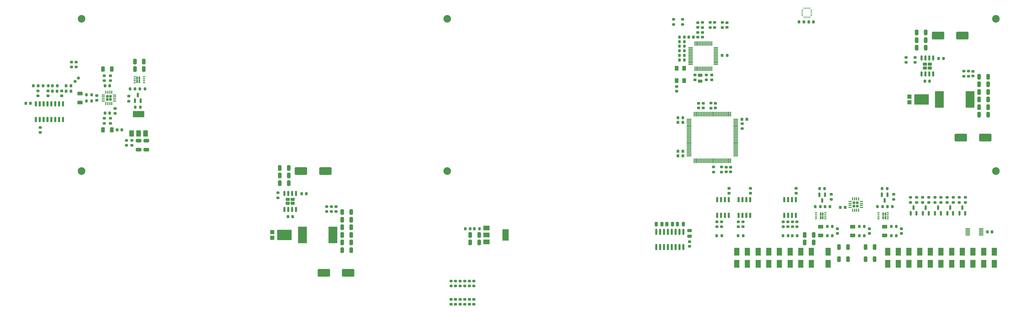
<source format=gbr>
%TF.GenerationSoftware,KiCad,Pcbnew,6.0.2+dfsg-1*%
%TF.CreationDate,2024-04-12T04:35:11+02:00*%
%TF.ProjectId,seatel,73656174-656c-42e6-9b69-6361645f7063,rev?*%
%TF.SameCoordinates,Original*%
%TF.FileFunction,Paste,Top*%
%TF.FilePolarity,Positive*%
%FSLAX46Y46*%
G04 Gerber Fmt 4.6, Leading zero omitted, Abs format (unit mm)*
G04 Created by KiCad (PCBNEW 6.0.2+dfsg-1) date 2024-04-12 04:35:11*
%MOMM*%
%LPD*%
G01*
G04 APERTURE LIST*
G04 Aperture macros list*
%AMRoundRect*
0 Rectangle with rounded corners*
0 $1 Rounding radius*
0 $2 $3 $4 $5 $6 $7 $8 $9 X,Y pos of 4 corners*
0 Add a 4 corners polygon primitive as box body*
4,1,4,$2,$3,$4,$5,$6,$7,$8,$9,$2,$3,0*
0 Add four circle primitives for the rounded corners*
1,1,$1+$1,$2,$3*
1,1,$1+$1,$4,$5*
1,1,$1+$1,$6,$7*
1,1,$1+$1,$8,$9*
0 Add four rect primitives between the rounded corners*
20,1,$1+$1,$2,$3,$4,$5,0*
20,1,$1+$1,$4,$5,$6,$7,0*
20,1,$1+$1,$6,$7,$8,$9,0*
20,1,$1+$1,$8,$9,$2,$3,0*%
G04 Aperture macros list end*
%ADD10C,2.500000*%
%ADD11RoundRect,0.200000X-0.275000X0.200000X-0.275000X-0.200000X0.275000X-0.200000X0.275000X0.200000X0*%
%ADD12RoundRect,0.200000X0.200000X0.275000X-0.200000X0.275000X-0.200000X-0.275000X0.200000X-0.275000X0*%
%ADD13RoundRect,0.225000X0.225000X0.250000X-0.225000X0.250000X-0.225000X-0.250000X0.225000X-0.250000X0*%
%ADD14R,1.800000X2.500000*%
%ADD15RoundRect,0.150000X0.150000X-0.587500X0.150000X0.587500X-0.150000X0.587500X-0.150000X-0.587500X0*%
%ADD16RoundRect,0.250000X-0.312500X-0.625000X0.312500X-0.625000X0.312500X0.625000X-0.312500X0.625000X0*%
%ADD17RoundRect,0.225000X0.250000X-0.225000X0.250000X0.225000X-0.250000X0.225000X-0.250000X-0.225000X0*%
%ADD18RoundRect,0.218750X0.256250X-0.218750X0.256250X0.218750X-0.256250X0.218750X-0.256250X-0.218750X0*%
%ADD19RoundRect,0.200000X-0.200000X-0.275000X0.200000X-0.275000X0.200000X0.275000X-0.200000X0.275000X0*%
%ADD20RoundRect,0.250000X0.625000X-0.312500X0.625000X0.312500X-0.625000X0.312500X-0.625000X-0.312500X0*%
%ADD21RoundRect,0.200000X0.275000X-0.200000X0.275000X0.200000X-0.275000X0.200000X-0.275000X-0.200000X0*%
%ADD22RoundRect,0.225000X-0.225000X-0.250000X0.225000X-0.250000X0.225000X0.250000X-0.225000X0.250000X0*%
%ADD23RoundRect,0.150000X-0.150000X0.725000X-0.150000X-0.725000X0.150000X-0.725000X0.150000X0.725000X0*%
%ADD24RoundRect,0.212500X-0.212500X-0.212500X0.212500X-0.212500X0.212500X0.212500X-0.212500X0.212500X0*%
%ADD25RoundRect,0.087500X-0.425000X-0.087500X0.425000X-0.087500X0.425000X0.087500X-0.425000X0.087500X0*%
%ADD26RoundRect,0.087500X-0.087500X-0.425000X0.087500X-0.425000X0.087500X0.425000X-0.087500X0.425000X0*%
%ADD27RoundRect,0.250000X0.325000X0.650000X-0.325000X0.650000X-0.325000X-0.650000X0.325000X-0.650000X0*%
%ADD28RoundRect,0.250000X-0.325000X-0.650000X0.325000X-0.650000X0.325000X0.650000X-0.325000X0.650000X0*%
%ADD29RoundRect,0.225000X-0.250000X0.225000X-0.250000X-0.225000X0.250000X-0.225000X0.250000X0.225000X0*%
%ADD30R,4.860000X3.360000*%
%ADD31R,1.400000X1.400000*%
%ADD32R,1.300000X1.600000*%
%ADD33R,0.600000X1.000000*%
%ADD34R,0.700000X0.420000*%
%ADD35RoundRect,0.250000X0.250000X0.475000X-0.250000X0.475000X-0.250000X-0.475000X0.250000X-0.475000X0*%
%ADD36RoundRect,0.250000X-0.475000X0.250000X-0.475000X-0.250000X0.475000X-0.250000X0.475000X0.250000X0*%
%ADD37RoundRect,0.150000X-0.150000X0.587500X-0.150000X-0.587500X0.150000X-0.587500X0.150000X0.587500X0*%
%ADD38RoundRect,0.250000X0.475000X-0.250000X0.475000X0.250000X-0.475000X0.250000X-0.475000X-0.250000X0*%
%ADD39R,2.900680X5.400040*%
%ADD40RoundRect,0.212500X0.212500X-0.212500X0.212500X0.212500X-0.212500X0.212500X-0.212500X-0.212500X0*%
%ADD41RoundRect,0.087500X0.087500X-0.425000X0.087500X0.425000X-0.087500X0.425000X-0.087500X-0.425000X0*%
%ADD42RoundRect,0.087500X0.425000X-0.087500X0.425000X0.087500X-0.425000X0.087500X-0.425000X-0.087500X0*%
%ADD43RoundRect,0.150000X0.150000X-0.725000X0.150000X0.725000X-0.150000X0.725000X-0.150000X-0.725000X0*%
%ADD44RoundRect,0.250000X-1.750000X-1.000000X1.750000X-1.000000X1.750000X1.000000X-1.750000X1.000000X0*%
%ADD45RoundRect,0.250000X-0.250000X-0.475000X0.250000X-0.475000X0.250000X0.475000X-0.250000X0.475000X0*%
%ADD46RoundRect,0.075000X-0.650000X-0.075000X0.650000X-0.075000X0.650000X0.075000X-0.650000X0.075000X0*%
%ADD47R,1.500000X2.000000*%
%ADD48R,3.800000X2.000000*%
%ADD49RoundRect,0.150000X-0.150000X0.825000X-0.150000X-0.825000X0.150000X-0.825000X0.150000X0.825000X0*%
%ADD50RoundRect,0.250000X-0.420000X0.275000X-0.420000X-0.275000X0.420000X-0.275000X0.420000X0.275000X0*%
%ADD51RoundRect,0.150000X-0.150000X0.662500X-0.150000X-0.662500X0.150000X-0.662500X0.150000X0.662500X0*%
%ADD52RoundRect,0.225000X0.017678X-0.335876X0.335876X-0.017678X-0.017678X0.335876X-0.335876X0.017678X0*%
%ADD53RoundRect,0.075000X-0.075000X0.725000X-0.075000X-0.725000X0.075000X-0.725000X0.075000X0.725000X0*%
%ADD54RoundRect,0.075000X-0.725000X0.075000X-0.725000X-0.075000X0.725000X-0.075000X0.725000X0.075000X0*%
%ADD55RoundRect,0.250000X-0.650000X0.325000X-0.650000X-0.325000X0.650000X-0.325000X0.650000X0.325000X0*%
%ADD56RoundRect,0.218750X-0.218750X-0.256250X0.218750X-0.256250X0.218750X0.256250X-0.218750X0.256250X0*%
%ADD57R,2.000000X1.500000*%
%ADD58R,2.000000X3.800000*%
%ADD59RoundRect,0.075000X0.662500X0.075000X-0.662500X0.075000X-0.662500X-0.075000X0.662500X-0.075000X0*%
%ADD60RoundRect,0.075000X0.075000X0.662500X-0.075000X0.662500X-0.075000X-0.662500X0.075000X-0.662500X0*%
%ADD61RoundRect,0.050000X-0.225000X-0.050000X0.225000X-0.050000X0.225000X0.050000X-0.225000X0.050000X0*%
%ADD62RoundRect,0.050000X0.050000X-0.225000X0.050000X0.225000X-0.050000X0.225000X-0.050000X-0.225000X0*%
G04 APERTURE END LIST*
D10*
%TO.C,FID6*%
X70000000Y-155000000D03*
%TD*%
%TO.C,FID5*%
X70000000Y-105000000D03*
%TD*%
%TO.C,FID4*%
X190000000Y-105000000D03*
%TD*%
%TO.C,FID3*%
X370000000Y-105000000D03*
%TD*%
%TO.C,FID2*%
X190000000Y-155000000D03*
%TD*%
%TO.C,FID1*%
X370000000Y-155000000D03*
%TD*%
D11*
%TO.C,R73*%
X276500000Y-132675000D03*
X276500000Y-134325000D03*
%TD*%
D12*
%TO.C,R84*%
X332825000Y-166750000D03*
X331175000Y-166750000D03*
%TD*%
D13*
%TO.C,C35*%
X320525000Y-167000000D03*
X318975000Y-167000000D03*
%TD*%
D14*
%TO.C,D8*%
X359000000Y-185500000D03*
X359000000Y-181500000D03*
%TD*%
D15*
%TO.C,Q4*%
X346050000Y-168937500D03*
X347950000Y-168937500D03*
X347000000Y-167062500D03*
%TD*%
D16*
%TO.C,R52*%
X77037500Y-121500000D03*
X79962500Y-121500000D03*
%TD*%
D17*
%TO.C,C42*%
X153500000Y-168275000D03*
X153500000Y-166725000D03*
%TD*%
D18*
%TO.C,D27*%
X197250000Y-198787500D03*
X197250000Y-197212500D03*
%TD*%
D13*
%TO.C,C62*%
X306975000Y-106000000D03*
X305425000Y-106000000D03*
%TD*%
D12*
%TO.C,R66*%
X267825000Y-112500000D03*
X266175000Y-112500000D03*
%TD*%
D19*
%TO.C,R10*%
X300175000Y-176250000D03*
X301825000Y-176250000D03*
%TD*%
D15*
%TO.C,Q5*%
X342050000Y-168937500D03*
X343950000Y-168937500D03*
X343000000Y-167062500D03*
%TD*%
D11*
%TO.C,R90*%
X85500000Y-130425000D03*
X85500000Y-132075000D03*
%TD*%
D14*
%TO.C,D14*%
X285000000Y-185500000D03*
X285000000Y-181500000D03*
%TD*%
D20*
%TO.C,R17*%
X323000000Y-176212500D03*
X323000000Y-173287500D03*
%TD*%
D14*
%TO.C,D5*%
X309500000Y-185500000D03*
X309500000Y-181500000D03*
%TD*%
D17*
%TO.C,C12*%
X339000000Y-175525000D03*
X339000000Y-173975000D03*
%TD*%
D21*
%TO.C,R82*%
X336500000Y-164325000D03*
X336500000Y-162675000D03*
%TD*%
%TO.C,R64*%
X264250000Y-106825000D03*
X264250000Y-105175000D03*
%TD*%
D22*
%TO.C,C19*%
X77725000Y-136000000D03*
X79275000Y-136000000D03*
%TD*%
D13*
%TO.C,C73*%
X267275000Y-148500000D03*
X265725000Y-148500000D03*
%TD*%
D22*
%TO.C,C11*%
X367225000Y-175000000D03*
X368775000Y-175000000D03*
%TD*%
D23*
%TO.C,IC3*%
X304405000Y-164425000D03*
X303135000Y-164425000D03*
X301865000Y-164425000D03*
X300595000Y-164425000D03*
X300595000Y-169575000D03*
X301865000Y-169575000D03*
X303135000Y-169575000D03*
X304405000Y-169575000D03*
%TD*%
D17*
%TO.C,C14*%
X269500000Y-179775000D03*
X269500000Y-178225000D03*
%TD*%
D24*
%TO.C,IC13*%
X323475000Y-165475000D03*
X324525000Y-166525000D03*
X323475000Y-166525000D03*
X324525000Y-165475000D03*
D25*
X322137500Y-165025000D03*
X322137500Y-165675000D03*
X322137500Y-166325000D03*
X322137500Y-166975000D03*
D26*
X323025000Y-167862500D03*
X323675000Y-167862500D03*
X324325000Y-167862500D03*
X324975000Y-167862500D03*
D25*
X325862500Y-166975000D03*
X325862500Y-166325000D03*
X325862500Y-165675000D03*
X325862500Y-165025000D03*
D26*
X324975000Y-164137500D03*
X324325000Y-164137500D03*
X323675000Y-164137500D03*
X323025000Y-164137500D03*
%TD*%
D18*
%TO.C,D28*%
X198750000Y-198787500D03*
X198750000Y-197212500D03*
%TD*%
D11*
%TO.C,R31*%
X79500000Y-137675000D03*
X79500000Y-139325000D03*
%TD*%
D27*
%TO.C,C26*%
X137975000Y-156500000D03*
X135025000Y-156500000D03*
%TD*%
%TO.C,C29*%
X137975000Y-159000000D03*
X135025000Y-159000000D03*
%TD*%
%TO.C,C25*%
X346975000Y-112000000D03*
X344025000Y-112000000D03*
%TD*%
D11*
%TO.C,R36*%
X198750000Y-191175000D03*
X198750000Y-192825000D03*
%TD*%
D27*
%TO.C,C7*%
X330225000Y-180000000D03*
X327275000Y-180000000D03*
%TD*%
D13*
%TO.C,C47*%
X55775000Y-127000000D03*
X54225000Y-127000000D03*
%TD*%
D12*
%TO.C,R1*%
X316325000Y-173250000D03*
X314675000Y-173250000D03*
%TD*%
%TO.C,R34*%
X197575000Y-174000000D03*
X195925000Y-174000000D03*
%TD*%
D28*
%TO.C,C55*%
X364525000Y-124000000D03*
X367475000Y-124000000D03*
%TD*%
D29*
%TO.C,C72*%
X281750000Y-106225000D03*
X281750000Y-107775000D03*
%TD*%
D11*
%TO.C,R62*%
X286750000Y-139425000D03*
X286750000Y-141075000D03*
%TD*%
D30*
%TO.C,D22*%
X136582000Y-176000000D03*
D31*
X132600000Y-176920000D03*
X132600000Y-175080000D03*
%TD*%
D18*
%TO.C,D25*%
X194250000Y-198787500D03*
X194250000Y-197212500D03*
%TD*%
D21*
%TO.C,R49*%
X77500000Y-125325000D03*
X77500000Y-123675000D03*
%TD*%
%TO.C,R51*%
X55750000Y-130325000D03*
X55750000Y-128675000D03*
%TD*%
%TO.C,R25*%
X358000000Y-165325000D03*
X358000000Y-163675000D03*
%TD*%
D32*
%TO.C,X1*%
X267750000Y-125300000D03*
X267750000Y-121200000D03*
X265250000Y-121200000D03*
X265250000Y-125300000D03*
%TD*%
D27*
%TO.C,C9*%
X321475000Y-180000000D03*
X318525000Y-180000000D03*
%TD*%
D33*
%TO.C,Q8*%
X313230000Y-170315000D03*
X313230000Y-169185000D03*
D34*
X314000000Y-170725000D03*
X314000000Y-170075000D03*
D33*
X312520000Y-169185000D03*
D34*
X314000000Y-168775000D03*
D33*
X312520000Y-170315000D03*
D34*
X314000000Y-169425000D03*
X311000000Y-168775000D03*
X311000000Y-169425000D03*
X311000000Y-170075000D03*
X311000000Y-170725000D03*
%TD*%
D11*
%TO.C,R80*%
X277400000Y-153675000D03*
X277400000Y-155325000D03*
%TD*%
%TO.C,R37*%
X343500000Y-117675000D03*
X343500000Y-119325000D03*
%TD*%
D35*
%TO.C,C6*%
X260450000Y-172500000D03*
X258550000Y-172500000D03*
%TD*%
D28*
%TO.C,C58*%
X155525000Y-168500000D03*
X158475000Y-168500000D03*
%TD*%
D19*
%TO.C,R63*%
X280175000Y-117000000D03*
X281825000Y-117000000D03*
%TD*%
D29*
%TO.C,C64*%
X276750000Y-123475000D03*
X276750000Y-125025000D03*
%TD*%
D36*
%TO.C,C70*%
X273000000Y-123550000D03*
X273000000Y-125450000D03*
%TD*%
D21*
%TO.C,R42*%
X342000000Y-165325000D03*
X342000000Y-163675000D03*
%TD*%
D11*
%TO.C,R76*%
X194250000Y-191175000D03*
X194250000Y-192825000D03*
%TD*%
D21*
%TO.C,R59*%
X275000000Y-125075000D03*
X275000000Y-123425000D03*
%TD*%
D15*
%TO.C,Q2*%
X354050000Y-168937500D03*
X355950000Y-168937500D03*
X355000000Y-167062500D03*
%TD*%
D12*
%TO.C,R61*%
X267825000Y-115500000D03*
X266175000Y-115500000D03*
%TD*%
D11*
%TO.C,R75*%
X192750000Y-191175000D03*
X192750000Y-192825000D03*
%TD*%
D37*
%TO.C,Q7*%
X334450000Y-162812500D03*
X332550000Y-162812500D03*
X333500000Y-164687500D03*
%TD*%
D16*
%TO.C,R28*%
X77037500Y-141500000D03*
X79962500Y-141500000D03*
%TD*%
D38*
%TO.C,C5*%
X269500000Y-176450000D03*
X269500000Y-174550000D03*
%TD*%
D11*
%TO.C,R78*%
X197250000Y-191175000D03*
X197250000Y-192825000D03*
%TD*%
D21*
%TO.C,R54*%
X79500000Y-125325000D03*
X79500000Y-123675000D03*
%TD*%
D11*
%TO.C,R22*%
X280000000Y-171675000D03*
X280000000Y-173325000D03*
%TD*%
D18*
%TO.C,D24*%
X192750000Y-198787500D03*
X192750000Y-197212500D03*
%TD*%
D13*
%TO.C,C30*%
X348275000Y-125500000D03*
X346725000Y-125500000D03*
%TD*%
%TO.C,C36*%
X352775000Y-118000000D03*
X351225000Y-118000000D03*
%TD*%
D11*
%TO.C,R27*%
X77500000Y-137675000D03*
X77500000Y-139325000D03*
%TD*%
D13*
%TO.C,C63*%
X267775000Y-118500000D03*
X266225000Y-118500000D03*
%TD*%
D21*
%TO.C,R7*%
X304750000Y-173325000D03*
X304750000Y-171675000D03*
%TD*%
%TO.C,R65*%
X267250000Y-106825000D03*
X267250000Y-105175000D03*
%TD*%
%TO.C,R40*%
X344000000Y-165325000D03*
X344000000Y-163675000D03*
%TD*%
%TO.C,R58*%
X68250000Y-120825000D03*
X68250000Y-119175000D03*
%TD*%
D11*
%TO.C,R43*%
X84750000Y-144925000D03*
X84750000Y-146575000D03*
%TD*%
D29*
%TO.C,C61*%
X265250000Y-127225000D03*
X265250000Y-128775000D03*
%TD*%
D27*
%TO.C,C3*%
X310225000Y-178500000D03*
X307275000Y-178500000D03*
%TD*%
D13*
%TO.C,C80*%
X267275000Y-139000000D03*
X265725000Y-139000000D03*
%TD*%
D14*
%TO.C,D11*%
X295500000Y-185500000D03*
X295500000Y-181500000D03*
%TD*%
D17*
%TO.C,C41*%
X362500000Y-123775000D03*
X362500000Y-122225000D03*
%TD*%
D13*
%TO.C,C31*%
X139275000Y-170000000D03*
X137725000Y-170000000D03*
%TD*%
D29*
%TO.C,C69*%
X271250000Y-123475000D03*
X271250000Y-125025000D03*
%TD*%
D17*
%TO.C,C15*%
X304500000Y-162275000D03*
X304500000Y-160725000D03*
%TD*%
D14*
%TO.C,D13*%
X299000000Y-185500000D03*
X299000000Y-181500000D03*
%TD*%
D28*
%TO.C,C46*%
X155525000Y-176000000D03*
X158475000Y-176000000D03*
%TD*%
D19*
%TO.C,R92*%
X89175000Y-128000000D03*
X90825000Y-128000000D03*
%TD*%
D12*
%TO.C,R50*%
X73325000Y-132000000D03*
X71675000Y-132000000D03*
%TD*%
D28*
%TO.C,C45*%
X364525000Y-136500000D03*
X367475000Y-136500000D03*
%TD*%
D11*
%TO.C,R71*%
X277750000Y-106175000D03*
X277750000Y-107825000D03*
%TD*%
%TO.C,R72*%
X280250000Y-106175000D03*
X280250000Y-107825000D03*
%TD*%
D39*
%TO.C,L1*%
X351498740Y-131500000D03*
X361501260Y-131500000D03*
%TD*%
D12*
%TO.C,R83*%
X336075000Y-166750000D03*
X334425000Y-166750000D03*
%TD*%
D22*
%TO.C,C24*%
X81725000Y-141500000D03*
X83275000Y-141500000D03*
%TD*%
D19*
%TO.C,R85*%
X312175000Y-160750000D03*
X313825000Y-160750000D03*
%TD*%
D40*
%TO.C,IC14*%
X79525000Y-131525000D03*
X78475000Y-131525000D03*
X79525000Y-130475000D03*
X78475000Y-130475000D03*
D41*
X78025000Y-132862500D03*
X78675000Y-132862500D03*
X79325000Y-132862500D03*
X79975000Y-132862500D03*
D42*
X80862500Y-131975000D03*
X80862500Y-131325000D03*
X80862500Y-130675000D03*
X80862500Y-130025000D03*
D41*
X79975000Y-129137500D03*
X79325000Y-129137500D03*
X78675000Y-129137500D03*
X78025000Y-129137500D03*
D42*
X77137500Y-130025000D03*
X77137500Y-130675000D03*
X77137500Y-131325000D03*
X77137500Y-131975000D03*
%TD*%
D28*
%TO.C,C56*%
X155525000Y-171000000D03*
X158475000Y-171000000D03*
%TD*%
D43*
%TO.C,IC12*%
X55055000Y-138075000D03*
X56325000Y-138075000D03*
X57595000Y-138075000D03*
X58865000Y-138075000D03*
X60135000Y-138075000D03*
X61405000Y-138075000D03*
X62675000Y-138075000D03*
X63945000Y-138075000D03*
X63945000Y-132925000D03*
X62675000Y-132925000D03*
X61405000Y-132925000D03*
X60135000Y-132925000D03*
X58865000Y-132925000D03*
X57595000Y-132925000D03*
X56325000Y-132925000D03*
X55055000Y-132925000D03*
%TD*%
D30*
%TO.C,D21*%
X345582000Y-131500000D03*
D31*
X341600000Y-132420000D03*
X341600000Y-130580000D03*
%TD*%
D12*
%TO.C,R19*%
X326825000Y-173250000D03*
X325175000Y-173250000D03*
%TD*%
D15*
%TO.C,Q3*%
X350050000Y-168937500D03*
X351950000Y-168937500D03*
X351000000Y-167062500D03*
%TD*%
D12*
%TO.C,R89*%
X89325000Y-134000000D03*
X87675000Y-134000000D03*
%TD*%
D11*
%TO.C,R47*%
X152000000Y-166675000D03*
X152000000Y-168325000D03*
%TD*%
D19*
%TO.C,R21*%
X278425000Y-176250000D03*
X280075000Y-176250000D03*
%TD*%
D12*
%TO.C,R39*%
X200575000Y-174000000D03*
X198925000Y-174000000D03*
%TD*%
D29*
%TO.C,C71*%
X272250000Y-106225000D03*
X272250000Y-107775000D03*
%TD*%
D44*
%TO.C,C21*%
X142000000Y-155000000D03*
X150000000Y-155000000D03*
%TD*%
D22*
%TO.C,C66*%
X308625000Y-106000000D03*
X310175000Y-106000000D03*
%TD*%
D28*
%TO.C,C54*%
X155525000Y-173500000D03*
X158475000Y-173500000D03*
%TD*%
D21*
%TO.C,R33*%
X346000000Y-165325000D03*
X346000000Y-163675000D03*
%TD*%
D45*
%TO.C,C17*%
X265550000Y-172500000D03*
X267450000Y-172500000D03*
%TD*%
D20*
%TO.C,R53*%
X69500000Y-132462500D03*
X69500000Y-129537500D03*
%TD*%
D46*
%TO.C,IC1*%
X360800000Y-174000000D03*
X360800000Y-174500000D03*
X360800000Y-175000000D03*
X360800000Y-175500000D03*
X360800000Y-176000000D03*
X365200000Y-176000000D03*
X365200000Y-175500000D03*
X365200000Y-175000000D03*
X365200000Y-174500000D03*
X365200000Y-174000000D03*
%TD*%
D17*
%TO.C,C1*%
X318000000Y-175525000D03*
X318000000Y-173975000D03*
%TD*%
D11*
%TO.C,R12*%
X285500000Y-171675000D03*
X285500000Y-173325000D03*
%TD*%
D12*
%TO.C,R2*%
X316325000Y-176250000D03*
X314675000Y-176250000D03*
%TD*%
D14*
%TO.C,D12*%
X302500000Y-185500000D03*
X302500000Y-181500000D03*
%TD*%
%TO.C,D18*%
X341500000Y-185500000D03*
X341500000Y-181500000D03*
%TD*%
D47*
%TO.C,IC9*%
X86450000Y-142650000D03*
X88750000Y-142650000D03*
D48*
X88750000Y-136350000D03*
D47*
X91050000Y-142650000D03*
%TD*%
D19*
%TO.C,R6*%
X285425000Y-176250000D03*
X287075000Y-176250000D03*
%TD*%
D14*
%TO.C,D15*%
X288500000Y-185500000D03*
X288500000Y-181500000D03*
%TD*%
%TO.C,D4*%
X355500000Y-185500000D03*
X355500000Y-181500000D03*
%TD*%
%TO.C,D2*%
X352000000Y-185500000D03*
X352000000Y-181500000D03*
%TD*%
D12*
%TO.C,R55*%
X73325000Y-130000000D03*
X71675000Y-130000000D03*
%TD*%
D45*
%TO.C,C4*%
X262050000Y-172500000D03*
X263950000Y-172500000D03*
%TD*%
D49*
%TO.C,IC2*%
X267445000Y-175025000D03*
X266175000Y-175025000D03*
X264905000Y-175025000D03*
X263635000Y-175025000D03*
X262365000Y-175025000D03*
X261095000Y-175025000D03*
X259825000Y-175025000D03*
X258555000Y-175025000D03*
X258555000Y-179975000D03*
X259825000Y-179975000D03*
X261095000Y-179975000D03*
X262365000Y-179975000D03*
X263635000Y-179975000D03*
X264905000Y-179975000D03*
X266175000Y-179975000D03*
X267445000Y-179975000D03*
%TD*%
D19*
%TO.C,R91*%
X85925000Y-128000000D03*
X87575000Y-128000000D03*
%TD*%
%TO.C,R68*%
X266175000Y-114000000D03*
X267825000Y-114000000D03*
%TD*%
D28*
%TO.C,C57*%
X364525000Y-131500000D03*
X367475000Y-131500000D03*
%TD*%
D17*
%TO.C,C68*%
X273750000Y-111025000D03*
X273750000Y-109475000D03*
%TD*%
D29*
%TO.C,C86*%
X63500000Y-128725000D03*
X63500000Y-130275000D03*
%TD*%
D15*
%TO.C,Q1*%
X358050000Y-168937500D03*
X359950000Y-168937500D03*
X359000000Y-167062500D03*
%TD*%
D50*
%TO.C,IC10*%
X346700000Y-121130000D03*
X348300000Y-119870000D03*
X348300000Y-121130000D03*
X346700000Y-119870000D03*
D51*
X349405000Y-117862500D03*
X348135000Y-117862500D03*
X346865000Y-117862500D03*
X345595000Y-117862500D03*
X345595000Y-123137500D03*
X346865000Y-123137500D03*
X348135000Y-123137500D03*
X349405000Y-123137500D03*
%TD*%
D21*
%TO.C,R20*%
X278500000Y-173325000D03*
X278500000Y-171675000D03*
%TD*%
%TO.C,R23*%
X360000000Y-165325000D03*
X360000000Y-163675000D03*
%TD*%
D17*
%TO.C,C16*%
X289500000Y-162275000D03*
X289500000Y-160725000D03*
%TD*%
D28*
%TO.C,C48*%
X364525000Y-126500000D03*
X367475000Y-126500000D03*
%TD*%
D39*
%TO.C,L2*%
X142498740Y-176000000D03*
X152501260Y-176000000D03*
%TD*%
D17*
%TO.C,C79*%
X274000000Y-134275000D03*
X274000000Y-132725000D03*
%TD*%
D21*
%TO.C,R9*%
X301750000Y-173325000D03*
X301750000Y-171675000D03*
%TD*%
D14*
%TO.C,D16*%
X348500000Y-185500000D03*
X348500000Y-181500000D03*
%TD*%
D17*
%TO.C,C78*%
X278000000Y-134275000D03*
X278000000Y-132725000D03*
%TD*%
D52*
%TO.C,C88*%
X67951992Y-125548008D03*
X69048008Y-124451992D03*
%TD*%
D12*
%TO.C,R87*%
X315575000Y-166750000D03*
X313925000Y-166750000D03*
%TD*%
D17*
%TO.C,C18*%
X282500000Y-162275000D03*
X282500000Y-160725000D03*
%TD*%
D12*
%TO.C,R15*%
X326825000Y-176250000D03*
X325175000Y-176250000D03*
%TD*%
D22*
%TO.C,C85*%
X60475000Y-128750000D03*
X62025000Y-128750000D03*
%TD*%
D17*
%TO.C,C44*%
X75000000Y-131775000D03*
X75000000Y-130225000D03*
%TD*%
D53*
%TO.C,IC17*%
X283000000Y-136325000D03*
X282500000Y-136325000D03*
X282000000Y-136325000D03*
X281500000Y-136325000D03*
X281000000Y-136325000D03*
X280500000Y-136325000D03*
X280000000Y-136325000D03*
X279500000Y-136325000D03*
X279000000Y-136325000D03*
X278500000Y-136325000D03*
X278000000Y-136325000D03*
X277500000Y-136325000D03*
X277000000Y-136325000D03*
X276500000Y-136325000D03*
X276000000Y-136325000D03*
X275500000Y-136325000D03*
X275000000Y-136325000D03*
X274500000Y-136325000D03*
X274000000Y-136325000D03*
X273500000Y-136325000D03*
X273000000Y-136325000D03*
X272500000Y-136325000D03*
X272000000Y-136325000D03*
X271500000Y-136325000D03*
X271000000Y-136325000D03*
D54*
X269325000Y-138000000D03*
X269325000Y-138500000D03*
X269325000Y-139000000D03*
X269325000Y-139500000D03*
X269325000Y-140000000D03*
X269325000Y-140500000D03*
X269325000Y-141000000D03*
X269325000Y-141500000D03*
X269325000Y-142000000D03*
X269325000Y-142500000D03*
X269325000Y-143000000D03*
X269325000Y-143500000D03*
X269325000Y-144000000D03*
X269325000Y-144500000D03*
X269325000Y-145000000D03*
X269325000Y-145500000D03*
X269325000Y-146000000D03*
X269325000Y-146500000D03*
X269325000Y-147000000D03*
X269325000Y-147500000D03*
X269325000Y-148000000D03*
X269325000Y-148500000D03*
X269325000Y-149000000D03*
X269325000Y-149500000D03*
X269325000Y-150000000D03*
D53*
X271000000Y-151675000D03*
X271500000Y-151675000D03*
X272000000Y-151675000D03*
X272500000Y-151675000D03*
X273000000Y-151675000D03*
X273500000Y-151675000D03*
X274000000Y-151675000D03*
X274500000Y-151675000D03*
X275000000Y-151675000D03*
X275500000Y-151675000D03*
X276000000Y-151675000D03*
X276500000Y-151675000D03*
X277000000Y-151675000D03*
X277500000Y-151675000D03*
X278000000Y-151675000D03*
X278500000Y-151675000D03*
X279000000Y-151675000D03*
X279500000Y-151675000D03*
X280000000Y-151675000D03*
X280500000Y-151675000D03*
X281000000Y-151675000D03*
X281500000Y-151675000D03*
X282000000Y-151675000D03*
X282500000Y-151675000D03*
X283000000Y-151675000D03*
D54*
X284675000Y-150000000D03*
X284675000Y-149500000D03*
X284675000Y-149000000D03*
X284675000Y-148500000D03*
X284675000Y-148000000D03*
X284675000Y-147500000D03*
X284675000Y-147000000D03*
X284675000Y-146500000D03*
X284675000Y-146000000D03*
X284675000Y-145500000D03*
X284675000Y-145000000D03*
X284675000Y-144500000D03*
X284675000Y-144000000D03*
X284675000Y-143500000D03*
X284675000Y-143000000D03*
X284675000Y-142500000D03*
X284675000Y-142000000D03*
X284675000Y-141500000D03*
X284675000Y-141000000D03*
X284675000Y-140500000D03*
X284675000Y-140000000D03*
X284675000Y-139500000D03*
X284675000Y-139000000D03*
X284675000Y-138500000D03*
X284675000Y-138000000D03*
%TD*%
D14*
%TO.C,D19*%
X338000000Y-185500000D03*
X338000000Y-181500000D03*
%TD*%
D11*
%TO.C,R77*%
X195750000Y-191175000D03*
X195750000Y-192825000D03*
%TD*%
D27*
%TO.C,C2*%
X310225000Y-176000000D03*
X307275000Y-176000000D03*
%TD*%
D29*
%TO.C,C74*%
X281500000Y-153725000D03*
X281500000Y-155275000D03*
%TD*%
D28*
%TO.C,C39*%
X87525000Y-121500000D03*
X90475000Y-121500000D03*
%TD*%
D11*
%TO.C,R45*%
X361000000Y-122175000D03*
X361000000Y-123825000D03*
%TD*%
D12*
%TO.C,R18*%
X337325000Y-173250000D03*
X335675000Y-173250000D03*
%TD*%
D55*
%TO.C,C33*%
X91250000Y-145025000D03*
X91250000Y-147975000D03*
%TD*%
D11*
%TO.C,R35*%
X340500000Y-117675000D03*
X340500000Y-119325000D03*
%TD*%
D12*
%TO.C,R88*%
X312400000Y-166750000D03*
X310750000Y-166750000D03*
%TD*%
D14*
%TO.C,D3*%
X306000000Y-185500000D03*
X306000000Y-181500000D03*
%TD*%
D17*
%TO.C,C65*%
X272250000Y-111025000D03*
X272250000Y-109475000D03*
%TD*%
D14*
%TO.C,D10*%
X362500000Y-185500000D03*
X362500000Y-181500000D03*
%TD*%
D11*
%TO.C,R70*%
X276250000Y-106175000D03*
X276250000Y-107825000D03*
%TD*%
D21*
%TO.C,R11*%
X287000000Y-173325000D03*
X287000000Y-171675000D03*
%TD*%
D11*
%TO.C,R38*%
X134500000Y-162175000D03*
X134500000Y-163825000D03*
%TD*%
D15*
%TO.C,Q11*%
X87550000Y-131937500D03*
X89450000Y-131937500D03*
X88500000Y-130062500D03*
%TD*%
D11*
%TO.C,R74*%
X191250000Y-191175000D03*
X191250000Y-192825000D03*
%TD*%
D28*
%TO.C,C49*%
X155525000Y-178500000D03*
X158475000Y-178500000D03*
%TD*%
D22*
%TO.C,C43*%
X77725000Y-127000000D03*
X79275000Y-127000000D03*
%TD*%
%TO.C,C87*%
X64975000Y-128750000D03*
X66525000Y-128750000D03*
%TD*%
D14*
%TO.C,D1*%
X315000000Y-185500000D03*
X315000000Y-181500000D03*
%TD*%
D56*
%TO.C,L3*%
X60462500Y-127000000D03*
X62037500Y-127000000D03*
%TD*%
D34*
%TO.C,Q6*%
X334500000Y-170075000D03*
D33*
X333020000Y-170315000D03*
X333730000Y-169185000D03*
D34*
X334500000Y-170725000D03*
D33*
X333020000Y-169185000D03*
D34*
X334500000Y-169425000D03*
D33*
X333730000Y-170315000D03*
D34*
X334500000Y-168775000D03*
X331500000Y-168775000D03*
X331500000Y-169425000D03*
X331500000Y-170075000D03*
X331500000Y-170725000D03*
%TD*%
D14*
%TO.C,D7*%
X369500000Y-185500000D03*
X369500000Y-181500000D03*
%TD*%
D17*
%TO.C,C77*%
X272500000Y-134275000D03*
X272500000Y-132725000D03*
%TD*%
D23*
%TO.C,IC5*%
X282405000Y-164425000D03*
X281135000Y-164425000D03*
X279865000Y-164425000D03*
X278595000Y-164425000D03*
X278595000Y-169575000D03*
X279865000Y-169575000D03*
X281135000Y-169575000D03*
X282405000Y-169575000D03*
%TD*%
D21*
%TO.C,R46*%
X359500000Y-123825000D03*
X359500000Y-122175000D03*
%TD*%
D22*
%TO.C,C83*%
X286725000Y-138000000D03*
X288275000Y-138000000D03*
%TD*%
D20*
%TO.C,R3*%
X312500000Y-176212500D03*
X312500000Y-173287500D03*
%TD*%
D14*
%TO.C,D17*%
X345000000Y-185500000D03*
X345000000Y-181500000D03*
%TD*%
D29*
%TO.C,C50*%
X81000000Y-134475000D03*
X81000000Y-136025000D03*
%TD*%
D55*
%TO.C,C34*%
X88750000Y-145025000D03*
X88750000Y-147975000D03*
%TD*%
D27*
%TO.C,C10*%
X321475000Y-184000000D03*
X318525000Y-184000000D03*
%TD*%
D57*
%TO.C,IC6*%
X202850000Y-173700000D03*
X202850000Y-176000000D03*
D58*
X209150000Y-176000000D03*
D57*
X202850000Y-178300000D03*
%TD*%
D21*
%TO.C,R30*%
X348000000Y-165325000D03*
X348000000Y-163675000D03*
%TD*%
D11*
%TO.C,R79*%
X280000000Y-153675000D03*
X280000000Y-155325000D03*
%TD*%
D37*
%TO.C,Q9*%
X313950000Y-162812500D03*
X312050000Y-162812500D03*
X313000000Y-164687500D03*
%TD*%
D12*
%TO.C,R67*%
X267825000Y-111000000D03*
X266175000Y-111000000D03*
%TD*%
D27*
%TO.C,C23*%
X137975000Y-154000000D03*
X135025000Y-154000000D03*
%TD*%
D21*
%TO.C,R41*%
X56500000Y-142325000D03*
X56500000Y-140675000D03*
%TD*%
D14*
%TO.C,D20*%
X334500000Y-185500000D03*
X334500000Y-181500000D03*
%TD*%
D27*
%TO.C,C22*%
X346975000Y-109500000D03*
X344025000Y-109500000D03*
%TD*%
D21*
%TO.C,R29*%
X352000000Y-165325000D03*
X352000000Y-163675000D03*
%TD*%
D44*
%TO.C,C20*%
X351000000Y-110500000D03*
X359000000Y-110500000D03*
%TD*%
%TO.C,C59*%
X358500000Y-144000000D03*
X366500000Y-144000000D03*
%TD*%
D13*
%TO.C,C37*%
X143775000Y-162500000D03*
X142225000Y-162500000D03*
%TD*%
D19*
%TO.C,R56*%
X57425000Y-127000000D03*
X59075000Y-127000000D03*
%TD*%
D59*
%TO.C,IC16*%
X278162500Y-120000000D03*
X278162500Y-119500000D03*
X278162500Y-119000000D03*
X278162500Y-118500000D03*
X278162500Y-118000000D03*
X278162500Y-117500000D03*
X278162500Y-117000000D03*
X278162500Y-116500000D03*
X278162500Y-116000000D03*
X278162500Y-115500000D03*
X278162500Y-115000000D03*
X278162500Y-114500000D03*
D60*
X276750000Y-113087500D03*
X276250000Y-113087500D03*
X275750000Y-113087500D03*
X275250000Y-113087500D03*
X274750000Y-113087500D03*
X274250000Y-113087500D03*
X273750000Y-113087500D03*
X273250000Y-113087500D03*
X272750000Y-113087500D03*
X272250000Y-113087500D03*
X271750000Y-113087500D03*
X271250000Y-113087500D03*
D59*
X269837500Y-114500000D03*
X269837500Y-115000000D03*
X269837500Y-115500000D03*
X269837500Y-116000000D03*
X269837500Y-116500000D03*
X269837500Y-117000000D03*
X269837500Y-117500000D03*
X269837500Y-118000000D03*
X269837500Y-118500000D03*
X269837500Y-119000000D03*
X269837500Y-119500000D03*
X269837500Y-120000000D03*
D60*
X271250000Y-121412500D03*
X271750000Y-121412500D03*
X272250000Y-121412500D03*
X272750000Y-121412500D03*
X273250000Y-121412500D03*
X273750000Y-121412500D03*
X274250000Y-121412500D03*
X274750000Y-121412500D03*
X275250000Y-121412500D03*
X275750000Y-121412500D03*
X276250000Y-121412500D03*
X276750000Y-121412500D03*
%TD*%
D21*
%TO.C,R24*%
X356000000Y-165325000D03*
X356000000Y-163675000D03*
%TD*%
D56*
%TO.C,L4*%
X64962500Y-127000000D03*
X66537500Y-127000000D03*
%TD*%
D29*
%TO.C,C84*%
X59000000Y-128725000D03*
X59000000Y-130275000D03*
%TD*%
D11*
%TO.C,R69*%
X273750000Y-106175000D03*
X273750000Y-107825000D03*
%TD*%
D34*
%TO.C,Q10*%
X87500000Y-125325000D03*
X87500000Y-124675000D03*
D33*
X88980000Y-125565000D03*
X88270000Y-124435000D03*
X88270000Y-125565000D03*
X88980000Y-124435000D03*
D34*
X87500000Y-124025000D03*
X87500000Y-125975000D03*
X90500000Y-125975000D03*
X90500000Y-125325000D03*
X90500000Y-124675000D03*
X90500000Y-124025000D03*
%TD*%
D27*
%TO.C,C32*%
X200475000Y-176000000D03*
X197525000Y-176000000D03*
%TD*%
D11*
%TO.C,R8*%
X303250000Y-171675000D03*
X303250000Y-173325000D03*
%TD*%
D18*
%TO.C,D23*%
X191250000Y-198787500D03*
X191250000Y-197212500D03*
%TD*%
D44*
%TO.C,C60*%
X149500000Y-188500000D03*
X157500000Y-188500000D03*
%TD*%
D12*
%TO.C,R5*%
X304825000Y-176250000D03*
X303175000Y-176250000D03*
%TD*%
%TO.C,R4*%
X267325000Y-137500000D03*
X265675000Y-137500000D03*
%TD*%
D17*
%TO.C,C13*%
X328500000Y-175525000D03*
X328500000Y-173975000D03*
%TD*%
D27*
%TO.C,C27*%
X200475000Y-178500000D03*
X197525000Y-178500000D03*
%TD*%
D13*
%TO.C,C38*%
X53275000Y-132750000D03*
X51725000Y-132750000D03*
%TD*%
D27*
%TO.C,C28*%
X346975000Y-114500000D03*
X344025000Y-114500000D03*
%TD*%
D28*
%TO.C,C51*%
X364525000Y-129000000D03*
X367475000Y-129000000D03*
%TD*%
D21*
%TO.C,R48*%
X150500000Y-168325000D03*
X150500000Y-166675000D03*
%TD*%
%TO.C,R57*%
X66750000Y-120825000D03*
X66750000Y-119175000D03*
%TD*%
D11*
%TO.C,R13*%
X300250000Y-171675000D03*
X300250000Y-173325000D03*
%TD*%
D20*
%TO.C,R16*%
X333500000Y-176212500D03*
X333500000Y-173287500D03*
%TD*%
D23*
%TO.C,IC4*%
X289405000Y-164425000D03*
X288135000Y-164425000D03*
X286865000Y-164425000D03*
X285595000Y-164425000D03*
X285595000Y-169575000D03*
X286865000Y-169575000D03*
X288135000Y-169575000D03*
X289405000Y-169575000D03*
%TD*%
D18*
%TO.C,D26*%
X195750000Y-198787500D03*
X195750000Y-197212500D03*
%TD*%
D13*
%TO.C,C67*%
X270775000Y-111000000D03*
X269225000Y-111000000D03*
%TD*%
D14*
%TO.C,D6*%
X366000000Y-185500000D03*
X366000000Y-181500000D03*
%TD*%
D21*
%TO.C,R32*%
X350000000Y-165325000D03*
X350000000Y-163675000D03*
%TD*%
D13*
%TO.C,C81*%
X267275000Y-150000000D03*
X265725000Y-150000000D03*
%TD*%
D29*
%TO.C,C82*%
X283000000Y-153725000D03*
X283000000Y-155275000D03*
%TD*%
D28*
%TO.C,C40*%
X87525000Y-119000000D03*
X90475000Y-119000000D03*
%TD*%
D50*
%TO.C,IC11*%
X139300000Y-165630000D03*
X137700000Y-165630000D03*
X137700000Y-164370000D03*
X139300000Y-164370000D03*
D51*
X140405000Y-162362500D03*
X139135000Y-162362500D03*
X137865000Y-162362500D03*
X136595000Y-162362500D03*
X136595000Y-167637500D03*
X137865000Y-167637500D03*
X139135000Y-167637500D03*
X140405000Y-167637500D03*
%TD*%
D21*
%TO.C,R26*%
X354000000Y-165325000D03*
X354000000Y-163675000D03*
%TD*%
D19*
%TO.C,R60*%
X266175000Y-117000000D03*
X267825000Y-117000000D03*
%TD*%
D14*
%TO.C,D9*%
X292000000Y-185500000D03*
X292000000Y-181500000D03*
%TD*%
D28*
%TO.C,C52*%
X155525000Y-181000000D03*
X158475000Y-181000000D03*
%TD*%
D12*
%TO.C,R14*%
X337325000Y-176250000D03*
X335675000Y-176250000D03*
%TD*%
D27*
%TO.C,C8*%
X330225000Y-184000000D03*
X327275000Y-184000000D03*
%TD*%
D21*
%TO.C,R86*%
X316000000Y-164325000D03*
X316000000Y-162675000D03*
%TD*%
%TO.C,R44*%
X86500000Y-146575000D03*
X86500000Y-144925000D03*
%TD*%
D28*
%TO.C,C53*%
X364525000Y-134000000D03*
X367475000Y-134000000D03*
%TD*%
D61*
%TO.C,IC15*%
X306500000Y-102000000D03*
X306500000Y-102400000D03*
X306500000Y-102800000D03*
X306500000Y-103200000D03*
X306500000Y-103600000D03*
X306500000Y-104000000D03*
D62*
X307000000Y-104500000D03*
X307400000Y-104500000D03*
X307800000Y-104500000D03*
X308200000Y-104500000D03*
X308600000Y-104500000D03*
X309000000Y-104500000D03*
D61*
X309500000Y-104000000D03*
X309500000Y-103600000D03*
X309500000Y-103200000D03*
X309500000Y-102800000D03*
X309500000Y-102400000D03*
X309500000Y-102000000D03*
D62*
X309000000Y-101500000D03*
X308600000Y-101500000D03*
X308200000Y-101500000D03*
X307800000Y-101500000D03*
X307400000Y-101500000D03*
X307000000Y-101500000D03*
%TD*%
D19*
%TO.C,R81*%
X332675000Y-160750000D03*
X334325000Y-160750000D03*
%TD*%
M02*

</source>
